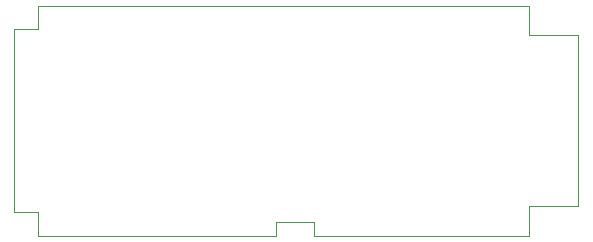
<source format=gbr>
%TF.GenerationSoftware,KiCad,Pcbnew,(6.0.7)*%
%TF.CreationDate,2022-09-07T18:04:23+02:00*%
%TF.ProjectId,BMP2_Railgun,424d5032-5f52-4616-996c-67756e2e6b69,rev?*%
%TF.SameCoordinates,Original*%
%TF.FileFunction,Profile,NP*%
%FSLAX46Y46*%
G04 Gerber Fmt 4.6, Leading zero omitted, Abs format (unit mm)*
G04 Created by KiCad (PCBNEW (6.0.7)) date 2022-09-07 18:04:23*
%MOMM*%
%LPD*%
G01*
G04 APERTURE LIST*
%TA.AperFunction,Profile*%
%ADD10C,0.050000*%
%TD*%
G04 APERTURE END LIST*
D10*
X112675000Y-111295000D02*
X108525000Y-111295000D01*
X108525000Y-96795000D02*
X112675000Y-96795000D01*
X90275000Y-113795000D02*
X108525000Y-113795000D01*
X87075000Y-113795000D02*
X87075000Y-112645000D01*
X108525000Y-111295000D02*
X108525000Y-113795000D01*
X90275000Y-112645000D02*
X90275000Y-113795000D01*
X90275000Y-94295000D02*
X87075000Y-94295000D01*
X66925000Y-113795000D02*
X87075000Y-113795000D01*
X66925000Y-96295000D02*
X66925000Y-94295000D01*
X64925000Y-96295000D02*
X66925000Y-96295000D01*
X112675000Y-111295000D02*
X112675000Y-96795000D01*
X87075000Y-112645000D02*
X90275000Y-112645000D01*
X66925000Y-111795000D02*
X66925000Y-113795000D01*
X108525000Y-94295000D02*
X108525000Y-96795000D01*
X64925000Y-111795000D02*
X66925000Y-111795000D01*
X108525000Y-94295000D02*
X90275000Y-94295000D01*
X64925000Y-111795000D02*
X64925000Y-96295000D01*
X87075000Y-94295000D02*
X66925000Y-94295000D01*
M02*

</source>
